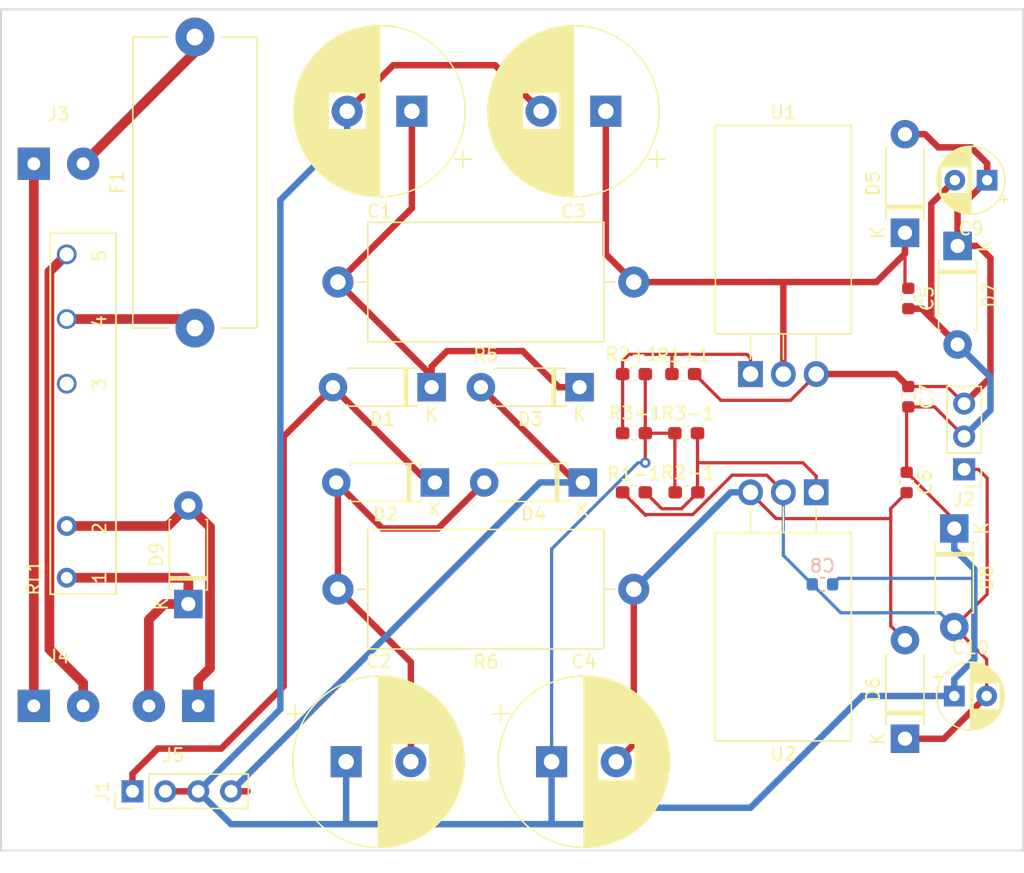
<source format=kicad_pcb>
(kicad_pcb (version 20171130) (host pcbnew "(5.0.1-3-g963ef8bb5)")
  (layers (0 F.Cu signal) (31 B.Cu signal) (34 B.Paste user) (35 F.Paste user) (36 B.SilkS user) (37 F.SilkS user) (38 B.Mask user) (39 F.Mask user) (44 Edge.Cuts user))
  (net 0 "")
  (net 1 "Net-(C1-Pad1)")
  (net 2 "Net-(C2-Pad2)")
  (net 3 "Net-(C3-Pad1)")
  (net 4 "Net-(C4-Pad2)")
  (net 5 "Net-(C7-Pad1)")
  (net 6 "Net-(C10-Pad2)")
  (net 7 "Net-(F1-Pad2)")
  (net 8 "Net-(F1-Pad1)")
  (net 9 "Net-(J3-Pad1)")
  (net 10 "Net-(R1+1-Pad1)")
  (net 11 "Net-(R1-1-Pad2)")
  (net 12 /GND)
  (net 13 "Net-(D1-Pad2)")
  (net 14 "Net-(D3-Pad2)")
  (net 15 "Net-(J4-Pad2)")
  (net 16 "Net-(D9-Pad1)")
  (net 17 "Net-(D9-Pad2)")
  (module Fuse:Fuseholder_Cylinder-5x20mm_Schurter_0031_8201_Horizontal_Open (layer F.Cu) (at 42.926 94.742 90)
    (fp_text reference F1 (at 11.25 -6 90) (layer F.SilkS))
    (fp_text value Fuse)
    (pad "" np_thru_hole circle (at 11.25 0 90) (size 2.7 2.7) (drill 2.7) (layers *.Cu *.Mask))
    (pad 2 thru_hole circle (at 22.5 0 90) (size 3 3) (drill 1.3) (layers *.Cu *.Mask) (net 7 "Net-(F1-Pad2)"))
    (pad 1 thru_hole circle (at 0 0 90) (size 3 3) (drill 1.3) (layers *.Cu *.Mask) (net 8 "Net-(F1-Pad1)"))
  )
  (module Diode_THT:D_DO-41_SOD81_P7.62mm_Horizontal (layer F.Cu) (at 101.6 110.236 270)
    (fp_text reference D8 (at 3.81 -2.47 270) (layer F.SilkS))
    (fp_text value D_Small hide)
    (fp_text user K (at 0 -2.1 270) (layer F.SilkS))
    (pad 2 thru_hole oval (at 7.62 0 270) (size 2.2 2.2) (drill 1.1) (layers *.Cu *.Mask) (net 6 "Net-(C10-Pad2)"))
    (pad 1 thru_hole rect (at 0 0 270) (size 2.2 2.2) (drill 1.1) (layers *.Cu *.Mask) (net 12 /GND))
  )
  (module Package_TO_SOT_THT:TO-220F-3_Horizontal_TabDown (layer F.Cu) (at 85.852 98.298)
    (fp_text reference U1 (at 2.54 -20.22) (layer F.SilkS))
    (fp_text value LM317_TO3)
    (pad 3 thru_hole oval (at 5.08 0) (size 1.905 2) (drill 1.2) (layers *.Cu *.Mask) (net 5 "Net-(C7-Pad1)"))
    (pad 2 thru_hole oval (at 2.54 0) (size 1.905 2) (drill 1.2) (layers *.Cu *.Mask) (net 3 "Net-(C3-Pad1)"))
    (pad 1 thru_hole rect (at 0 0) (size 1.905 2) (drill 1.2) (layers *.Cu *.Mask) (net 10 "Net-(R1+1-Pad1)"))
    (pad "" np_thru_hole oval (at 2.54 -15.8) (size 3.5 3.5) (drill 3.5) (layers *.Cu *.Mask))
  )
  (module Package_TO_SOT_THT:TO-220F-3_Horizontal_TabDown (layer F.Cu) (at 90.932 107.442 180)
    (fp_text reference U2 (at 2.54 -20.22 180) (layer F.SilkS))
    (fp_text value LM337_TO3)
    (pad 3 thru_hole oval (at 5.08 0 180) (size 1.905 2) (drill 1.2) (layers *.Cu *.Mask) (net 4 "Net-(C4-Pad2)"))
    (pad 2 thru_hole oval (at 2.54 0 180) (size 1.905 2) (drill 1.2) (layers *.Cu *.Mask) (net 6 "Net-(C10-Pad2)"))
    (pad 1 thru_hole rect (at 0 0 180) (size 1.905 2) (drill 1.2) (layers *.Cu *.Mask) (net 11 "Net-(R1-1-Pad2)"))
    (pad "" np_thru_hole oval (at 2.54 -15.8 180) (size 3.5 3.5) (drill 3.5) (layers *.Cu *.Mask))
  )
  (module Resistor_THT:R_Axial_DIN0918_L18.0mm_D9.0mm_P22.86mm_Horizontal (layer F.Cu) (at 76.835 114.935 180)
    (fp_text reference R6 (at 11.43 -5.62 180) (layer F.SilkS))
    (fp_text value 4R7)
    (pad 2 thru_hole oval (at 22.86 0 180) (size 2.4 2.4) (drill 1.2) (layers *.Cu *.Mask) (net 2 "Net-(C2-Pad2)"))
    (pad 1 thru_hole circle (at 0 0 180) (size 2.4 2.4) (drill 1.2) (layers *.Cu *.Mask) (net 4 "Net-(C4-Pad2)"))
  )
  (module Capacitor_SMD:C_0603_1608Metric (layer F.Cu) (at 98.044 92.456 270)
    (fp_text reference C5 (at 0 -1.43 270) (layer F.SilkS))
    (fp_text value 100n)
    (pad 2 smd roundrect (at 0.7875 0 270) (size 0.875 0.95) (layers F.Cu F.Paste F.Mask) (net 12 /GND))
    (pad 1 smd roundrect (at -0.7875 0 270) (size 0.875 0.95) (layers F.Cu F.Paste F.Mask) (net 3 "Net-(C3-Pad1)"))
  )
  (module Capacitor_SMD:C_0603_1608Metric (layer F.Cu) (at 97.917 106.68 270)
    (fp_text reference C6 (at 0 -1.43 270) (layer F.SilkS))
    (fp_text value 100n)
    (pad 2 smd roundrect (at 0.7875 0 270) (size 0.875 0.95) (layers F.Cu F.Paste F.Mask) (net 4 "Net-(C4-Pad2)"))
    (pad 1 smd roundrect (at -0.7875 0 270) (size 0.875 0.95) (layers F.Cu F.Paste F.Mask) (net 12 /GND))
  )
  (module Capacitor_SMD:C_0603_1608Metric (layer F.Cu) (at 98.044 100.0505 270)
    (fp_text reference C7 (at 0 -1.43 270) (layer F.SilkS))
    (fp_text value 100n)
    (pad 2 smd roundrect (at 0.7875 0 270) (size 0.875 0.95) (layers F.Cu F.Paste F.Mask) (net 12 /GND))
    (pad 1 smd roundrect (at -0.7875 0 270) (size 0.875 0.95) (layers F.Cu F.Paste F.Mask) (net 5 "Net-(C7-Pad1)"))
  )
  (module Capacitor_SMD:C_0603_1608Metric (layer B.Cu) (at 91.4145 114.554 180)
    (fp_text reference C8 (at 0 1.43 180) (layer B.SilkS) (effects (justify mirror)))
    (fp_text value 100n)
    (pad 2 smd roundrect (at 0.7875 0 180) (size 0.875 0.95) (layers B.Cu B.Paste B.Mask) (net 6 "Net-(C10-Pad2)"))
    (pad 1 smd roundrect (at -0.7875 0 180) (size 0.875 0.95) (layers B.Cu B.Paste B.Mask) (net 12 /GND))
  )
  (module Connector_PinHeader_2.54mm:PinHeader_1x04_P2.54mm_Vertical (layer F.Cu) (at 38.1 130.556 90)
    (fp_text reference J1 (at 0 -2.33 90) (layer F.SilkS))
    (fp_text value Conn_01x04_Male hide)
    (pad 4 thru_hole oval (at 0 7.62 90) (size 1.7 1.7) (drill 1) (layers *.Cu *.Mask) (net 14 "Net-(D3-Pad2)"))
    (pad 3 thru_hole oval (at 0 5.08 90) (size 1.7 1.7) (drill 1) (layers *.Cu *.Mask) (net 12 /GND))
    (pad 2 thru_hole oval (at 0 2.54 90) (size 1.7 1.7) (drill 1) (layers *.Cu *.Mask) (net 12 /GND))
    (pad 1 thru_hole rect (at 0 0 90) (size 1.7 1.7) (drill 1) (layers *.Cu *.Mask) (net 13 "Net-(D1-Pad2)"))
  )
  (module Connector_PinHeader_2.54mm:PinHeader_1x03_P2.54mm_Vertical (layer F.Cu) (at 102.362 105.664 180)
    (fp_text reference J2 (at 0 -2.33 180) (layer F.SilkS))
    (fp_text value Conn_01x03_Male hide)
    (pad 3 thru_hole oval (at 0 5.08 180) (size 1.7 1.7) (drill 1) (layers *.Cu *.Mask) (net 5 "Net-(C7-Pad1)"))
    (pad 2 thru_hole oval (at 0 2.54 180) (size 1.7 1.7) (drill 1) (layers *.Cu *.Mask) (net 12 /GND))
    (pad 1 thru_hole rect (at 0 0 180) (size 1.7 1.7) (drill 1) (layers *.Cu *.Mask) (net 6 "Net-(C10-Pad2)"))
  )
  (module Connector_Wire:SolderWirePad_1x02_P3.81mm_Drill1mm (layer F.Cu) (at 30.48 82.042)
    (fp_text reference J3 (at 1.905 -3.81) (layer F.SilkS))
    (fp_text value Screw_Terminal_01x02 hide)
    (pad 2 thru_hole circle (at 3.81 0) (size 2.49936 2.49936) (drill 1.00076) (layers *.Cu *.Mask) (net 7 "Net-(F1-Pad2)"))
    (pad 1 thru_hole rect (at 0 0) (size 2.49936 2.49936) (drill 1.00076) (layers *.Cu *.Mask) (net 9 "Net-(J3-Pad1)"))
  )
  (module Connector_Wire:SolderWirePad_1x02_P3.81mm_Drill1mm (layer F.Cu) (at 30.48 123.952)
    (fp_text reference J4 (at 1.905 -3.81) (layer F.SilkS))
    (fp_text value Screw_Terminal_01x02 hide)
    (pad 2 thru_hole circle (at 3.81 0) (size 2.49936 2.49936) (drill 1.00076) (layers *.Cu *.Mask) (net 15 "Net-(J4-Pad2)"))
    (pad 1 thru_hole rect (at 0 0) (size 2.49936 2.49936) (drill 1.00076) (layers *.Cu *.Mask) (net 9 "Net-(J3-Pad1)"))
  )
  (module Resistor_THT:R_Axial_DIN0918_L18.0mm_D9.0mm_P22.86mm_Horizontal (layer F.Cu) (at 76.835 91.186 180)
    (fp_text reference R5 (at 11.43 -5.62 180) (layer F.SilkS))
    (fp_text value 4R7)
    (pad 2 thru_hole oval (at 22.86 0 180) (size 2.4 2.4) (drill 1.2) (layers *.Cu *.Mask) (net 1 "Net-(C1-Pad1)"))
    (pad 1 thru_hole circle (at 0 0 180) (size 2.4 2.4) (drill 1.2) (layers *.Cu *.Mask) (net 3 "Net-(C3-Pad1)"))
  )
  (module Resistor_SMD:R_0603_1608Metric_Pad1.05x0.95mm_HandSolder (layer F.Cu) (at 80.659 98.298)
    (fp_text reference R1+1 (at 0 -1.43) (layer F.SilkS))
    (fp_text value 390)
    (pad 2 smd roundrect (at 0.875 0) (size 1.05 0.95) (layers F.Cu F.Paste F.Mask) (net 5 "Net-(C7-Pad1)"))
    (pad 1 smd roundrect (at -0.875 0) (size 1.05 0.95) (layers F.Cu F.Paste F.Mask) (net 10 "Net-(R1+1-Pad1)"))
  )
  (module Resistor_SMD:R_0603_1608Metric_Pad1.05x0.95mm_HandSolder (layer F.Cu) (at 76.849 107.442)
    (fp_text reference R1-1 (at 0 -1.43) (layer F.SilkS))
    (fp_text value 390)
    (pad 2 smd roundrect (at 0.875 0) (size 1.05 0.95) (layers F.Cu F.Paste F.Mask) (net 11 "Net-(R1-1-Pad2)"))
    (pad 1 smd roundrect (at -0.875 0) (size 1.05 0.95) (layers F.Cu F.Paste F.Mask) (net 6 "Net-(C10-Pad2)"))
  )
  (module Resistor_SMD:R_0603_1608Metric_Pad1.05x0.95mm_HandSolder (layer F.Cu) (at 76.849 98.298 180)
    (fp_text reference R2+1 (at 0.141 1.524 180) (layer F.SilkS))
    (fp_text value 3k3)
    (pad 2 smd roundrect (at 0.875 0 180) (size 1.05 0.95) (layers F.Cu F.Paste F.Mask) (net 10 "Net-(R1+1-Pad1)"))
    (pad 1 smd roundrect (at -0.875 0 180) (size 1.05 0.95) (layers F.Cu F.Paste F.Mask) (net 12 /GND))
  )
  (module Resistor_SMD:R_0603_1608Metric_Pad1.05x0.95mm_HandSolder (layer F.Cu) (at 80.913 107.442 180)
    (fp_text reference R2-1 (at -0.113 1.524 180) (layer F.SilkS))
    (fp_text value 3k3)
    (pad 2 smd roundrect (at 0.875 0 180) (size 1.05 0.95) (layers F.Cu F.Paste F.Mask) (net 12 /GND))
    (pad 1 smd roundrect (at -0.875 0 180) (size 1.05 0.95) (layers F.Cu F.Paste F.Mask) (net 11 "Net-(R1-1-Pad2)"))
  )
  (module Resistor_SMD:R_0603_1608Metric_Pad1.05x0.95mm_HandSolder (layer F.Cu) (at 76.849 102.87 180)
    (fp_text reference R3+1 (at -0.113 1.524 180) (layer F.SilkS))
    (fp_text value opt)
    (pad 2 smd roundrect (at 0.875 0 180) (size 1.05 0.95) (layers F.Cu F.Paste F.Mask) (net 10 "Net-(R1+1-Pad1)"))
    (pad 1 smd roundrect (at -0.875 0 180) (size 1.05 0.95) (layers F.Cu F.Paste F.Mask) (net 12 /GND))
  )
  (module Resistor_SMD:R_0603_1608Metric_Pad1.05x0.95mm_HandSolder (layer F.Cu) (at 80.885 102.87 180)
    (fp_text reference R3-1 (at -0.141 1.524 180) (layer F.SilkS))
    (fp_text value opt)
    (pad 2 smd roundrect (at 0.875 0 180) (size 1.05 0.95) (layers F.Cu F.Paste F.Mask) (net 12 /GND))
    (pad 1 smd roundrect (at -0.875 0 180) (size 1.05 0.95) (layers F.Cu F.Paste F.Mask) (net 11 "Net-(R1-1-Pad2)"))
  )
  (module Capacitor_THT:CP_Radial_D13.0mm_P5.00mm (layer F.Cu) (at 59.69 77.978 180)
    (fp_text reference C1 (at 2.5 -7.75 180) (layer F.SilkS))
    (fp_text value 2u2)
    (pad 2 thru_hole circle (at 5 0 180) (size 2.4 2.4) (drill 1.2) (layers *.Cu *.Mask) (net 12 /GND))
    (pad 1 thru_hole rect (at 0 0 180) (size 2.4 2.4) (drill 1.2) (layers *.Cu *.Mask) (net 1 "Net-(C1-Pad1)"))
  )
  (module Capacitor_THT:CP_Radial_D13.0mm_P5.00mm (layer F.Cu) (at 54.61 128.27)
    (fp_text reference C2 (at 2.5 -7.75) (layer F.SilkS))
    (fp_text value 2u2)
    (pad 2 thru_hole circle (at 5 0) (size 2.4 2.4) (drill 1.2) (layers *.Cu *.Mask) (net 2 "Net-(C2-Pad2)"))
    (pad 1 thru_hole rect (at 0 0) (size 2.4 2.4) (drill 1.2) (layers *.Cu *.Mask) (net 12 /GND))
  )
  (module Capacitor_THT:CP_Radial_D13.0mm_P5.00mm (layer F.Cu) (at 74.676 77.978 180)
    (fp_text reference C3 (at 2.5 -7.75 180) (layer F.SilkS))
    (fp_text value 2u2)
    (pad 2 thru_hole circle (at 5 0 180) (size 2.4 2.4) (drill 1.2) (layers *.Cu *.Mask) (net 12 /GND))
    (pad 1 thru_hole rect (at 0 0 180) (size 2.4 2.4) (drill 1.2) (layers *.Cu *.Mask) (net 3 "Net-(C3-Pad1)"))
  )
  (module Capacitor_THT:CP_Radial_D13.0mm_P5.00mm (layer F.Cu) (at 70.485 128.27)
    (fp_text reference C4 (at 2.5 -7.75) (layer F.SilkS))
    (fp_text value 2u2)
    (pad 2 thru_hole circle (at 5 0) (size 2.4 2.4) (drill 1.2) (layers *.Cu *.Mask) (net 4 "Net-(C4-Pad2)"))
    (pad 1 thru_hole rect (at 0 0) (size 2.4 2.4) (drill 1.2) (layers *.Cu *.Mask) (net 12 /GND))
  )
  (module Capacitor_THT:CP_Radial_D5.0mm_P2.50mm (layer F.Cu) (at 104.14 83.312 180)
    (fp_text reference C9 (at 1.25 -3.75 180) (layer F.SilkS))
    (fp_text value 10u)
    (pad 2 thru_hole circle (at 2.5 0 180) (size 1.6 1.6) (drill 0.8) (layers *.Cu *.Mask) (net 12 /GND))
    (pad 1 thru_hole rect (at 0 0 180) (size 1.6 1.6) (drill 0.8) (layers *.Cu *.Mask) (net 5 "Net-(C7-Pad1)"))
  )
  (module Capacitor_THT:CP_Radial_D5.0mm_P2.50mm (layer F.Cu) (at 101.6 123.19)
    (fp_text reference C10 (at 1.25 -3.75) (layer F.SilkS))
    (fp_text value 10u)
    (pad 2 thru_hole circle (at 2.5 0) (size 1.6 1.6) (drill 0.8) (layers *.Cu *.Mask) (net 6 "Net-(C10-Pad2)"))
    (pad 1 thru_hole rect (at 0 0) (size 1.6 1.6) (drill 0.8) (layers *.Cu *.Mask) (net 12 /GND))
  )
  (module Diode_THT:D_DO-41_SOD81_P7.62mm_Horizontal (layer F.Cu) (at 61.214 99.314 180)
    (fp_text reference D1 (at 3.81 -2.47 180) (layer F.SilkS))
    (fp_text value D_Small hide)
    (fp_text user K (at 0 -2.1 180) (layer F.SilkS))
    (pad 2 thru_hole oval (at 7.62 0 180) (size 2.2 2.2) (drill 1.1) (layers *.Cu *.Mask) (net 13 "Net-(D1-Pad2)"))
    (pad 1 thru_hole rect (at 0 0 180) (size 2.2 2.2) (drill 1.1) (layers *.Cu *.Mask) (net 1 "Net-(C1-Pad1)"))
  )
  (module Diode_THT:D_DO-41_SOD81_P7.62mm_Horizontal (layer F.Cu) (at 61.468 106.68 180)
    (fp_text reference D2 (at 3.81 -2.47 180) (layer F.SilkS))
    (fp_text value D_Small hide)
    (fp_text user K (at 0 -2.1 180) (layer F.SilkS))
    (pad 2 thru_hole oval (at 7.62 0 180) (size 2.2 2.2) (drill 1.1) (layers *.Cu *.Mask) (net 2 "Net-(C2-Pad2)"))
    (pad 1 thru_hole rect (at 0 0 180) (size 2.2 2.2) (drill 1.1) (layers *.Cu *.Mask) (net 13 "Net-(D1-Pad2)"))
  )
  (module Diode_THT:D_DO-41_SOD81_P7.62mm_Horizontal (layer F.Cu) (at 72.644 99.314 180)
    (fp_text reference D3 (at 3.81 -2.47 180) (layer F.SilkS))
    (fp_text value D_Small hide)
    (fp_text user K (at 0 -2.1 180) (layer F.SilkS))
    (pad 2 thru_hole oval (at 7.62 0 180) (size 2.2 2.2) (drill 1.1) (layers *.Cu *.Mask) (net 14 "Net-(D3-Pad2)"))
    (pad 1 thru_hole rect (at 0 0 180) (size 2.2 2.2) (drill 1.1) (layers *.Cu *.Mask) (net 1 "Net-(C1-Pad1)"))
  )
  (module Diode_THT:D_DO-41_SOD81_P7.62mm_Horizontal (layer F.Cu) (at 72.898 106.68 180)
    (fp_text reference D4 (at 3.81 -2.47 180) (layer F.SilkS))
    (fp_text value D_Small hide)
    (fp_text user K (at 0 -2.1 180) (layer F.SilkS))
    (pad 2 thru_hole oval (at 7.62 0 180) (size 2.2 2.2) (drill 1.1) (layers *.Cu *.Mask) (net 2 "Net-(C2-Pad2)"))
    (pad 1 thru_hole rect (at 0 0 180) (size 2.2 2.2) (drill 1.1) (layers *.Cu *.Mask) (net 14 "Net-(D3-Pad2)"))
  )
  (module Diode_THT:D_DO-41_SOD81_P7.62mm_Horizontal (layer F.Cu) (at 97.79 87.376 90)
    (fp_text reference D5 (at 3.81 -2.47 90) (layer F.SilkS))
    (fp_text value D_Small hide)
    (fp_text user K (at 0 -2.1 90) (layer F.SilkS))
    (pad 2 thru_hole oval (at 7.62 0 90) (size 2.2 2.2) (drill 1.1) (layers *.Cu *.Mask) (net 5 "Net-(C7-Pad1)"))
    (pad 1 thru_hole rect (at 0 0 90) (size 2.2 2.2) (drill 1.1) (layers *.Cu *.Mask) (net 3 "Net-(C3-Pad1)"))
  )
  (module Diode_THT:D_DO-41_SOD81_P7.62mm_Horizontal (layer F.Cu) (at 97.79 126.492 90)
    (fp_text reference D6 (at 3.81 -2.47 90) (layer F.SilkS))
    (fp_text value D_Small)
    (fp_text user K (at 0 -2.1 90) (layer F.SilkS))
    (pad 2 thru_hole oval (at 7.62 0 90) (size 2.2 2.2) (drill 1.1) (layers *.Cu *.Mask) (net 4 "Net-(C4-Pad2)"))
    (pad 1 thru_hole rect (at 0 0 90) (size 2.2 2.2) (drill 1.1) (layers *.Cu *.Mask) (net 6 "Net-(C10-Pad2)"))
  )
  (module Diode_THT:D_DO-41_SOD81_P7.62mm_Horizontal (layer F.Cu) (at 101.854 88.392 270)
    (fp_text reference D7 (at 3.81 -2.47 270) (layer F.SilkS))
    (fp_text value D_Small hide)
    (fp_text user K (at 0 -2.1 270) (layer F.SilkS))
    (pad 2 thru_hole oval (at 7.62 0 270) (size 2.2 2.2) (drill 1.1) (layers *.Cu *.Mask) (net 12 /GND))
    (pad 1 thru_hole rect (at 0 0 270) (size 2.2 2.2) (drill 1.1) (layers *.Cu *.Mask) (net 5 "Net-(C7-Pad1)"))
  )
  (module MountingHole:MountingHole_3.5mm (layer F.Cu) (at 102.87 74.422)
    (fp_text reference REF** hide)
    (fp_text value MountingHole_3.5mm hide)
    (pad 1 np_thru_hole circle (at 0 0) (size 3.5 3.5) (drill 3.5) (layers *.Cu *.Mask))
  )
  (module MountingHole:MountingHole_3.5mm (layer F.Cu) (at 32.258 74.422)
    (fp_text reference REF** hide)
    (fp_text value MountingHole_3.5mm hide)
    (pad 1 np_thru_hole circle (at 0 0) (size 3.5 3.5) (drill 3.5) (layers *.Cu *.Mask))
  )
  (module MountingHole:MountingHole_3.5mm (layer F.Cu) (at 32.258 130.81)
    (fp_text reference REF** hide)
    (fp_text value MountingHole_3.5mm hide)
    (pad 1 np_thru_hole circle (at 0 0) (size 3.5 3.5) (drill 3.5) (layers *.Cu *.Mask))
  )
  (module MountingHole:MountingHole_3.5mm (layer F.Cu) (at 102.87 130.81)
    (fp_text reference REF** hide)
    (fp_text value MountingHole_3.5mm hide)
    (pad 1 np_thru_hole circle (at 0 0) (size 3.5 3.5) (drill 3.5) (layers *.Cu *.Mask))
  )
  (module lci-kicad:FTR-LYCA (layer F.Cu) (at 33.02 114.046 90)
    (fp_text reference RL1 (at 0 -2.54 90) (layer F.SilkS))
    (fp_text value FTR-LYCA)
    (fp_text user 5 (at 24.892 2.54 90) (layer F.SilkS))
    (fp_text user 4 (at 19.812 2.54 90) (layer F.SilkS))
    (fp_text user 3 (at 14.986 2.54 90) (layer F.SilkS))
    (fp_text user 2 (at 3.81 2.54 90) (layer F.SilkS))
    (fp_text user 1 (at 0 2.54 90) (layer F.SilkS))
    (pad 5 thru_hole circle (at 25 0 90) (size 1.524 1.524) (drill 1.1) (layers *.Cu *.Mask) (net 15 "Net-(J4-Pad2)"))
    (pad 4 thru_hole circle (at 20 0 90) (size 1.524 1.524) (drill 1.1) (layers *.Cu *.Mask) (net 8 "Net-(F1-Pad1)"))
    (pad 3 thru_hole circle (at 15 0 90) (size 1.524 1.524) (drill 1.1) (layers *.Cu *.Mask))
    (pad 2 thru_hole circle (at 4 0 90) (size 1.524 1.524) (drill 0.9) (layers *.Cu *.Mask) (net 17 "Net-(D9-Pad2)"))
    (pad 1 thru_hole circle (at 0 0 90) (size 1.524 1.524) (drill 0.9) (layers *.Cu *.Mask) (net 16 "Net-(D9-Pad1)"))
  )
  (module Diode_THT:D_DO-41_SOD81_P7.62mm_Horizontal (layer F.Cu) (at 42.418 116.078 90)
    (fp_text reference D9 (at 3.81 -2.47 90) (layer F.SilkS))
    (fp_text value D_Small)
    (fp_text user K (at 0 -2.1 90) (layer F.SilkS))
    (pad 2 thru_hole oval (at 7.62 0 90) (size 2.2 2.2) (drill 1.1) (layers *.Cu *.Mask) (net 17 "Net-(D9-Pad2)"))
    (pad 1 thru_hole rect (at 0 0 90) (size 2.2 2.2) (drill 1.1) (layers *.Cu *.Mask) (net 16 "Net-(D9-Pad1)"))
  )
  (module Connector_Wire:SolderWirePad_1x02_P3.81mm_Drill1mm (layer F.Cu) (at 43.18 123.952 180)
    (fp_text reference J5 (at 1.905 -3.81 180) (layer F.SilkS))
    (fp_text value Screw_Terminal_01x02 hide)
    (pad 2 thru_hole circle (at 3.81 0 180) (size 2.49936 2.49936) (drill 1.00076) (layers *.Cu *.Mask) (net 16 "Net-(D9-Pad1)"))
    (pad 1 thru_hole rect (at 0 0 180) (size 2.49936 2.49936) (drill 1.00076) (layers *.Cu *.Mask) (net 17 "Net-(D9-Pad2)"))
  )
  (gr_line (start 106.934 70.104) (end 27.94 70.104) (layer Edge.Cuts) (width 0.15))
  (gr_line (start 106.934 135.128) (end 106.934 70.104) (layer Edge.Cuts) (width 0.15))
  (gr_line (start 27.94 135.128) (end 106.934 135.128) (layer Edge.Cuts) (width 0.15))
  (gr_line (start 27.94 70.104) (end 27.94 135.128) (layer Edge.Cuts) (width 0.15))
  (segment (start 59.69 85.471) (end 59.69 77.978) (width 0.5) (layer F.Cu) (net 1))
  (segment (start 53.975 91.186) (end 59.69 85.471) (width 0.5) (layer F.Cu) (net 1))
  (segment (start 61.214 98.425) (end 61.214 99.314) (width 0.5) (layer F.Cu) (net 1))
  (segment (start 53.975 91.186) (end 61.214 98.425) (width 0.5) (layer F.Cu) (net 1))
  (segment (start 61.214 97.714) (end 62.408 96.52) (width 0.5) (layer F.Cu) (net 1))
  (segment (start 61.214 99.314) (end 61.214 97.714) (width 0.5) (layer F.Cu) (net 1))
  (segment (start 71.044 99.314) (end 72.644 99.314) (width 0.5) (layer F.Cu) (net 1))
  (segment (start 68.25 96.52) (end 71.044 99.314) (width 0.5) (layer F.Cu) (net 1))
  (segment (start 62.408 96.52) (end 68.25 96.52) (width 0.5) (layer F.Cu) (net 1))
  (segment (start 53.975 106.807) (end 53.848 106.68) (width 0.5) (layer F.Cu) (net 2))
  (segment (start 53.975 114.935) (end 53.975 106.807) (width 0.5) (layer F.Cu) (net 2))
  (segment (start 59.61 120.57) (end 53.975 114.935) (width 0.5) (layer F.Cu) (net 2))
  (segment (start 59.61 128.27) (end 59.61 120.57) (width 0.5) (layer F.Cu) (net 2))
  (segment (start 61.722 110.236) (end 65.278 106.68) (width 0.5) (layer F.Cu) (net 2))
  (segment (start 57.404 110.236) (end 61.722 110.236) (width 0.5) (layer F.Cu) (net 2))
  (segment (start 53.848 106.68) (end 57.404 110.236) (width 0.5) (layer F.Cu) (net 2))
  (segment (start 74.676 89.027) (end 76.835 91.186) (width 0.5) (layer F.Cu) (net 3))
  (segment (start 74.676 77.978) (end 74.676 89.027) (width 0.5) (layer F.Cu) (net 3))
  (segment (start 76.835 91.186) (end 83.034 91.186) (width 0.5) (layer F.Cu) (net 3))
  (segment (start 97.79 91.4145) (end 98.044 91.6685) (width 0.25) (layer F.Cu) (net 3))
  (segment (start 97.79 87.376) (end 97.79 91.4145) (width 0.25) (layer F.Cu) (net 3))
  (segment (start 95.58 91.186) (end 97.79 88.976) (width 0.5) (layer F.Cu) (net 3))
  (segment (start 97.79 88.976) (end 97.79 87.376) (width 0.5) (layer F.Cu) (net 3))
  (segment (start 88.392 98.298) (end 88.392 91.186) (width 0.5) (layer F.Cu) (net 3))
  (segment (start 88.392 91.186) (end 95.58 91.186) (width 0.5) (layer F.Cu) (net 3))
  (segment (start 76.835 91.186) (end 88.392 91.186) (width 0.5) (layer F.Cu) (net 3))
  (segment (start 76.835 126.92) (end 76.835 114.935) (width 0.5) (layer F.Cu) (net 4))
  (segment (start 75.485 128.27) (end 76.835 126.92) (width 0.5) (layer F.Cu) (net 4))
  (segment (start 97.455388 107.929112) (end 97.917 107.4675) (width 0.25) (layer F.Cu) (net 4))
  (segment (start 96.690001 108.694499) (end 97.455388 107.929112) (width 0.25) (layer F.Cu) (net 4))
  (segment (start 97.79 118.872) (end 96.690001 117.772001) (width 0.25) (layer F.Cu) (net 4))
  (segment (start 96.690001 117.772001) (end 96.690001 112.268) (width 0.25) (layer F.Cu) (net 4))
  (segment (start 84.074 107.696) (end 76.835 114.935) (width 0.5) (layer B.Cu) (net 4))
  (segment (start 84.328 107.442) (end 76.835 114.935) (width 0.5) (layer B.Cu) (net 4))
  (segment (start 85.852 107.442) (end 84.328 107.442) (width 0.5) (layer B.Cu) (net 4))
  (segment (start 85.852 107.4895) (end 85.852 107.442) (width 0.25) (layer F.Cu) (net 4))
  (segment (start 87.8365 109.474) (end 85.852 107.4895) (width 0.25) (layer F.Cu) (net 4))
  (segment (start 96.690001 112.268) (end 96.690001 110.236) (width 0.25) (layer F.Cu) (net 4))
  (segment (start 87.8365 109.474) (end 96.690001 109.474) (width 0.25) (layer F.Cu) (net 4))
  (segment (start 96.690001 109.474) (end 96.690001 108.694499) (width 0.25) (layer F.Cu) (net 4))
  (segment (start 96.690001 110.236) (end 96.690001 109.474) (width 0.25) (layer F.Cu) (net 4))
  (segment (start 101.854 85.598) (end 104.14 83.312) (width 0.5) (layer F.Cu) (net 5))
  (segment (start 101.854 88.392) (end 101.854 85.598) (width 0.5) (layer F.Cu) (net 5))
  (segment (start 99.345634 79.756) (end 100.361634 80.772) (width 0.5) (layer F.Cu) (net 5))
  (segment (start 97.79 79.756) (end 99.345634 79.756) (width 0.5) (layer F.Cu) (net 5))
  (segment (start 104.14 82.012) (end 104.14 83.312) (width 0.5) (layer F.Cu) (net 5))
  (segment (start 102.9 80.772) (end 104.14 82.012) (width 0.5) (layer F.Cu) (net 5))
  (segment (start 100.361634 80.772) (end 102.9 80.772) (width 0.5) (layer F.Cu) (net 5))
  (segment (start 103.454 88.392) (end 104.394 89.332) (width 0.5) (layer F.Cu) (net 5))
  (segment (start 101.854 88.392) (end 103.454 88.392) (width 0.5) (layer F.Cu) (net 5))
  (segment (start 104.394 98.552) (end 102.362 100.584) (width 0.5) (layer F.Cu) (net 5))
  (segment (start 104.394 89.332) (end 104.394 98.552) (width 0.5) (layer F.Cu) (net 5))
  (segment (start 101.041 99.263) (end 98.044 99.263) (width 0.25) (layer F.Cu) (net 5))
  (segment (start 102.362 100.584) (end 101.041 99.263) (width 0.25) (layer F.Cu) (net 5))
  (segment (start 81.534 98.298) (end 83.566 100.33) (width 0.25) (layer F.Cu) (net 5))
  (segment (start 90.932 98.3455) (end 90.932 98.298) (width 0.25) (layer F.Cu) (net 5))
  (segment (start 88.9475 100.33) (end 90.932 98.3455) (width 0.25) (layer F.Cu) (net 5))
  (segment (start 83.566 100.33) (end 88.9475 100.33) (width 0.25) (layer F.Cu) (net 5))
  (segment (start 97.079 98.298) (end 98.044 99.263) (width 0.5) (layer F.Cu) (net 5))
  (segment (start 90.932 98.298) (end 97.079 98.298) (width 0.5) (layer F.Cu) (net 5))
  (segment (start 100.798 126.492) (end 104.1 123.19) (width 0.5) (layer F.Cu) (net 6))
  (segment (start 97.79 126.492) (end 100.798 126.492) (width 0.5) (layer F.Cu) (net 6))
  (segment (start 104.1 120.356) (end 101.6 117.856) (width 0.25) (layer F.Cu) (net 6))
  (segment (start 104.1 123.19) (end 104.1 120.356) (width 0.25) (layer F.Cu) (net 6))
  (segment (start 90.627 114.222994) (end 90.627 114.554) (width 0.25) (layer B.Cu) (net 6))
  (segment (start 103.462 105.664) (end 104.14 106.342) (width 0.25) (layer F.Cu) (net 6))
  (segment (start 102.362 105.664) (end 103.462 105.664) (width 0.25) (layer F.Cu) (net 6))
  (segment (start 104.14 115.316) (end 101.6 117.856) (width 0.25) (layer F.Cu) (net 6))
  (segment (start 104.14 106.342) (end 104.14 115.316) (width 0.25) (layer F.Cu) (net 6))
  (segment (start 88.392 112.319) (end 88.392 112.268) (width 0.25) (layer B.Cu) (net 6))
  (segment (start 88.392 112.268) (end 88.392 107.442) (width 0.25) (layer B.Cu) (net 6))
  (segment (start 77.752 109.22) (end 77.752 109.22) (width 0.25) (layer F.Cu) (net 6))
  (segment (start 75.974 107.442) (end 77.752 109.22) (width 0.25) (layer F.Cu) (net 6))
  (segment (start 77.69401 109.16201) (end 76.473072 107.941072) (width 0.25) (layer F.Cu) (net 6))
  (segment (start 81.3885 109.16201) (end 77.69401 109.16201) (width 0.25) (layer F.Cu) (net 6))
  (segment (start 84.43352 106.11699) (end 81.3885 109.16201) (width 0.25) (layer F.Cu) (net 6))
  (segment (start 87.11449 106.11699) (end 84.43352 106.11699) (width 0.25) (layer F.Cu) (net 6))
  (segment (start 76.473072 107.941072) (end 75.974 107.442) (width 0.25) (layer F.Cu) (net 6))
  (segment (start 88.392 107.3945) (end 87.11449 106.11699) (width 0.25) (layer F.Cu) (net 6))
  (segment (start 88.392 107.442) (end 88.392 107.3945) (width 0.25) (layer F.Cu) (net 6))
  (segment (start 90.627 114.554) (end 88.392 112.319) (width 0.25) (layer B.Cu) (net 6))
  (segment (start 91.088612 115.015612) (end 90.627 114.554) (width 0.25) (layer B.Cu) (net 6))
  (segment (start 100.500001 116.756001) (end 92.829001 116.756001) (width 0.25) (layer B.Cu) (net 6))
  (segment (start 92.829001 116.756001) (end 91.088612 115.015612) (width 0.25) (layer B.Cu) (net 6))
  (segment (start 101.6 117.856) (end 100.500001 116.756001) (width 0.25) (layer B.Cu) (net 6))
  (segment (start 34.29 82.042) (end 42.926 73.406) (width 0.75) (layer F.Cu) (net 7))
  (segment (start 42.926 71.374) (end 42.926 72.242) (width 0.75) (layer F.Cu) (net 7))
  (segment (start 42.926 73.406) (end 42.926 71.374) (width 0.75) (layer F.Cu) (net 7))
  (segment (start 42.23 94.046) (end 42.926 94.742) (width 0.75) (layer F.Cu) (net 8))
  (segment (start 33.02 94.046) (end 42.23 94.046) (width 0.75) (layer F.Cu) (net 8))
  (segment (start 30.48 84.04168) (end 30.48 123.952) (width 0.75) (layer F.Cu) (net 9))
  (segment (start 30.48 82.042) (end 30.48 84.04168) (width 0.75) (layer F.Cu) (net 9))
  (segment (start 75.974 102.87) (end 75.974 98.298) (width 0.25) (layer F.Cu) (net 10))
  (segment (start 79.784 98.298) (end 79.784 97.723) (width 0.25) (layer F.Cu) (net 10))
  (segment (start 76.454 96.774) (end 79.248 96.774) (width 0.25) (layer F.Cu) (net 10))
  (segment (start 75.974 97.254) (end 76.454 96.774) (width 0.25) (layer F.Cu) (net 10))
  (segment (start 75.974 98.298) (end 75.974 97.254) (width 0.25) (layer F.Cu) (net 10))
  (segment (start 85.852 97.048) (end 85.578 96.774) (width 0.25) (layer F.Cu) (net 10))
  (segment (start 85.852 98.298) (end 85.852 97.048) (width 0.25) (layer F.Cu) (net 10))
  (segment (start 79.784 96.802) (end 79.756 96.774) (width 0.25) (layer F.Cu) (net 10))
  (segment (start 79.784 98.298) (end 79.784 96.802) (width 0.25) (layer F.Cu) (net 10))
  (segment (start 79.756 96.774) (end 79.248 96.774) (width 0.25) (layer F.Cu) (net 10))
  (segment (start 85.578 96.774) (end 79.756 96.774) (width 0.25) (layer F.Cu) (net 10))
  (segment (start 81.76 107.414) (end 81.788 107.442) (width 0.25) (layer F.Cu) (net 11))
  (segment (start 81.76 102.87) (end 81.76 104.394) (width 0.25) (layer F.Cu) (net 11))
  (segment (start 80.518 108.712) (end 81.788 107.442) (width 0.25) (layer F.Cu) (net 11))
  (segment (start 78.994 108.712) (end 80.518 108.712) (width 0.25) (layer F.Cu) (net 11))
  (segment (start 77.724 107.442) (end 78.994 108.712) (width 0.25) (layer F.Cu) (net 11))
  (segment (start 89.896 105.156) (end 81.76 105.156) (width 0.25) (layer F.Cu) (net 11))
  (segment (start 90.932 106.192) (end 89.896 105.156) (width 0.25) (layer F.Cu) (net 11))
  (segment (start 90.932 107.442) (end 90.932 106.192) (width 0.25) (layer F.Cu) (net 11))
  (segment (start 81.76 105.156) (end 81.76 107.414) (width 0.25) (layer F.Cu) (net 11))
  (segment (start 81.76 104.394) (end 81.76 105.156) (width 0.25) (layer F.Cu) (net 11))
  (via (at 77.724 105.156) (size 0.8) (drill 0.4) (layers F.Cu B.Cu) (net 12))
  (segment (start 54.69 77.978) (end 58.246 74.422) (width 0.5) (layer F.Cu) (net 12))
  (segment (start 66.12 74.422) (end 69.676 77.978) (width 0.5) (layer F.Cu) (net 12))
  (segment (start 58.246 74.422) (end 66.12 74.422) (width 0.5) (layer F.Cu) (net 12))
  (segment (start 40.64 130.556) (end 43.18 130.556) (width 0.5) (layer F.Cu) (net 12))
  (segment (start 98.044 93.2435) (end 99.0855 93.2435) (width 0.5) (layer F.Cu) (net 12))
  (segment (start 99.822 93.98) (end 101.854 96.012) (width 0.5) (layer F.Cu) (net 12))
  (segment (start 99.822 85.13) (end 99.822 93.98) (width 0.5) (layer F.Cu) (net 12))
  (segment (start 101.64 83.312) (end 99.822 85.13) (width 0.5) (layer F.Cu) (net 12))
  (segment (start 99.0855 93.2435) (end 99.822 93.98) (width 0.5) (layer F.Cu) (net 12))
  (segment (start 103.150001 120.339999) (end 101.6 121.89) (width 0.5) (layer B.Cu) (net 12))
  (segment (start 101.6 121.89) (end 101.6 123.19) (width 0.5) (layer B.Cu) (net 12))
  (segment (start 101.6 111.836) (end 103.150001 113.386001) (width 0.5) (layer B.Cu) (net 12))
  (segment (start 101.6 110.236) (end 101.6 111.836) (width 0.5) (layer B.Cu) (net 12))
  (segment (start 77.724 98.298) (end 77.724 102.87) (width 0.25) (layer F.Cu) (net 12))
  (segment (start 77.724 102.87) (end 80.01 102.87) (width 0.25) (layer F.Cu) (net 12))
  (segment (start 80.01 107.414) (end 80.038 107.442) (width 0.25) (layer F.Cu) (net 12))
  (segment (start 80.01 102.87) (end 80.01 107.414) (width 0.25) (layer F.Cu) (net 12))
  (segment (start 101.6 109.5755) (end 101.6 110.236) (width 0.25) (layer F.Cu) (net 12))
  (segment (start 97.917 105.8925) (end 101.6 109.5755) (width 0.25) (layer F.Cu) (net 12))
  (segment (start 98.044 100.838) (end 100.076 100.838) (width 0.25) (layer F.Cu) (net 12))
  (segment (start 97.917 100.965) (end 98.044 100.838) (width 0.25) (layer F.Cu) (net 12))
  (segment (start 97.917 105.8925) (end 97.917 100.965) (width 0.25) (layer F.Cu) (net 12))
  (segment (start 54.69 79.675056) (end 49.53 84.835056) (width 0.5) (layer B.Cu) (net 12))
  (segment (start 54.69 77.978) (end 54.69 79.675056) (width 0.5) (layer B.Cu) (net 12))
  (segment (start 49.53 124.206) (end 43.18 130.556) (width 0.5) (layer B.Cu) (net 12))
  (segment (start 49.53 84.835056) (end 49.53 124.206) (width 0.5) (layer B.Cu) (net 12))
  (segment (start 45.72 133.096) (end 43.18 130.556) (width 0.5) (layer B.Cu) (net 12))
  (segment (start 54.61 128.27) (end 54.61 129.97) (width 0.5) (layer B.Cu) (net 12))
  (segment (start 54.61 133.096) (end 45.72 133.096) (width 0.5) (layer B.Cu) (net 12))
  (segment (start 54.61 129.97) (end 54.61 133.096) (width 0.5) (layer B.Cu) (net 12))
  (segment (start 67.359 133.096) (end 54.61 133.096) (width 0.5) (layer B.Cu) (net 12))
  (segment (start 77.724 102.87) (end 77.724 105.156) (width 0.25) (layer F.Cu) (net 12))
  (segment (start 70.485 126.82) (end 70.485 128.27) (width 0.25) (layer B.Cu) (net 12))
  (segment (start 70.485 111.829315) (end 70.485 126.82) (width 0.25) (layer B.Cu) (net 12))
  (segment (start 77.158315 105.156) (end 70.485 111.829315) (width 0.25) (layer B.Cu) (net 12))
  (segment (start 77.724 105.156) (end 77.158315 105.156) (width 0.25) (layer B.Cu) (net 12))
  (segment (start 100.076 100.838) (end 102.362 103.124) (width 0.25) (layer F.Cu) (net 12))
  (segment (start 104.394 101.092) (end 102.362 103.124) (width 0.5) (layer B.Cu) (net 12))
  (segment (start 104.394 98.552) (end 104.394 101.092) (width 0.5) (layer B.Cu) (net 12))
  (segment (start 101.854 96.012) (end 104.394 98.552) (width 0.5) (layer B.Cu) (net 12))
  (segment (start 103.103613 114.092388) (end 103.150001 114.046) (width 0.25) (layer B.Cu) (net 12))
  (segment (start 92.663612 114.092388) (end 103.103613 114.092388) (width 0.25) (layer B.Cu) (net 12))
  (segment (start 92.202 114.554) (end 92.663612 114.092388) (width 0.25) (layer B.Cu) (net 12))
  (segment (start 103.150001 114.046) (end 103.150001 120.339999) (width 0.5) (layer B.Cu) (net 12))
  (segment (start 103.150001 113.386001) (end 103.150001 114.046) (width 0.5) (layer B.Cu) (net 12))
  (segment (start 101.6 123.19) (end 94.488 123.19) (width 0.5) (layer B.Cu) (net 12))
  (segment (start 94.488 123.19) (end 85.852 131.826) (width 0.5) (layer B.Cu) (net 12))
  (segment (start 75.741 131.826) (end 74.471 133.096) (width 0.5) (layer B.Cu) (net 12))
  (segment (start 85.852 131.826) (end 75.741 131.826) (width 0.5) (layer B.Cu) (net 12))
  (segment (start 70.485 132.969) (end 70.485 128.27) (width 0.5) (layer B.Cu) (net 12))
  (segment (start 74.471 133.096) (end 70.358 133.096) (width 0.5) (layer B.Cu) (net 12))
  (segment (start 70.358 133.096) (end 70.485 132.969) (width 0.5) (layer B.Cu) (net 12))
  (segment (start 70.358 133.096) (end 67.359 133.096) (width 0.5) (layer B.Cu) (net 12))
  (segment (start 60.96 106.68) (end 61.468 106.68) (width 0.5) (layer F.Cu) (net 13))
  (segment (start 53.594 99.314) (end 60.96 106.68) (width 0.5) (layer F.Cu) (net 13))
  (segment (start 38.1 129.206) (end 40.052 127.254) (width 0.5) (layer F.Cu) (net 13))
  (segment (start 38.1 130.556) (end 38.1 129.206) (width 0.5) (layer F.Cu) (net 13))
  (segment (start 40.052 127.254) (end 44.958 127.254) (width 0.5) (layer F.Cu) (net 13))
  (segment (start 44.958 127.254) (end 49.784 122.428) (width 0.5) (layer F.Cu) (net 13))
  (segment (start 49.784 103.124) (end 53.594 99.314) (width 0.5) (layer F.Cu) (net 13))
  (segment (start 49.784 122.428) (end 49.784 103.124) (width 0.5) (layer F.Cu) (net 13))
  (segment (start 72.39 106.68) (end 72.898 106.68) (width 0.5) (layer F.Cu) (net 14))
  (segment (start 65.024 99.314) (end 72.39 106.68) (width 0.5) (layer F.Cu) (net 14))
  (segment (start 45.72 130.556) (end 46.99 130.556) (width 0.5) (layer F.Cu) (net 14))
  (segment (start 69.596 106.68) (end 72.898 106.68) (width 0.5) (layer B.Cu) (net 14))
  (segment (start 45.72 130.556) (end 69.596 106.68) (width 0.5) (layer B.Cu) (net 14))
  (segment (start 31.682999 90.383001) (end 32.258001 89.807999) (width 0.75) (layer F.Cu) (net 15))
  (segment (start 31.682999 119.577685) (end 31.682999 90.383001) (width 0.75) (layer F.Cu) (net 15))
  (segment (start 34.29 122.184686) (end 31.682999 119.577685) (width 0.75) (layer F.Cu) (net 15))
  (segment (start 32.258001 89.807999) (end 33.02 89.046) (width 0.75) (layer F.Cu) (net 15))
  (segment (start 34.29 123.952) (end 34.29 122.184686) (width 0.75) (layer F.Cu) (net 15))
  (segment (start 42.418 114.228) (end 42.418 116.078) (width 0.75) (layer F.Cu) (net 16))
  (segment (start 42.236 114.046) (end 42.418 114.228) (width 0.75) (layer F.Cu) (net 16))
  (segment (start 33.02 114.046) (end 42.236 114.046) (width 0.75) (layer F.Cu) (net 16))
  (segment (start 40.568 116.078) (end 42.418 116.078) (width 0.75) (layer F.Cu) (net 16))
  (segment (start 39.37 117.276) (end 40.568 116.078) (width 0.75) (layer F.Cu) (net 16))
  (segment (start 39.37 123.952) (end 39.37 117.276) (width 0.75) (layer F.Cu) (net 16))
  (segment (start 40.83 110.046) (end 42.418 108.458) (width 0.75) (layer F.Cu) (net 17))
  (segment (start 33.02 110.046) (end 40.83 110.046) (width 0.75) (layer F.Cu) (net 17))
  (segment (start 43.18 121.95232) (end 43.18 123.952) (width 0.75) (layer F.Cu) (net 17))
  (segment (start 44.093001 121.039319) (end 43.18 121.95232) (width 0.75) (layer F.Cu) (net 17))
  (segment (start 44.093001 110.133001) (end 44.093001 121.039319) (width 0.75) (layer F.Cu) (net 17))
  (segment (start 42.418 108.458) (end 44.093001 110.133001) (width 0.75) (layer F.Cu) (net 17))
)
</source>
